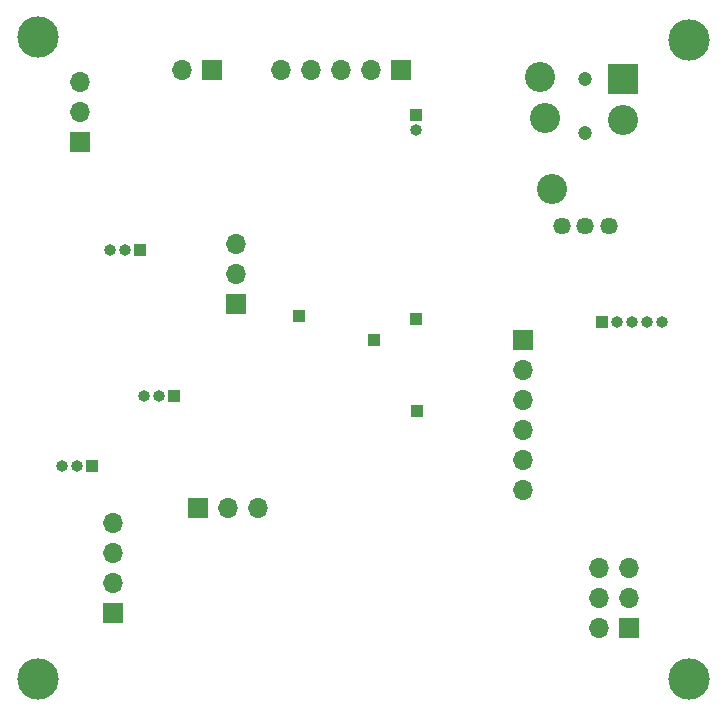
<source format=gbr>
%TF.GenerationSoftware,KiCad,Pcbnew,7.0.11-1-dev-0f715223e9*%
%TF.CreationDate,2024-01-18T20:29:43-08:00*%
%TF.ProjectId,i2s_to_toslink_pcb,6932735f-746f-45f7-946f-736c696e6b5f,rev?*%
%TF.SameCoordinates,Original*%
%TF.FileFunction,Soldermask,Bot*%
%TF.FilePolarity,Negative*%
%FSLAX46Y46*%
G04 Gerber Fmt 4.6, Leading zero omitted, Abs format (unit mm)*
G04 Created by KiCad (PCBNEW 7.0.11-1-dev-0f715223e9) date 2024-01-18 20:29:43*
%MOMM*%
%LPD*%
G01*
G04 APERTURE LIST*
%ADD10C,2.600000*%
%ADD11C,3.500000*%
%ADD12R,1.700000X1.700000*%
%ADD13O,1.700000X1.700000*%
%ADD14R,1.000000X1.000000*%
%ADD15O,1.000000X1.000000*%
%ADD16C,1.200000*%
%ADD17R,2.550000X2.550000*%
%ADD18C,2.550000*%
%ADD19C,1.462000*%
G04 APERTURE END LIST*
D10*
%TO.C,H1*%
X24130000Y-23622000D03*
D11*
X24130000Y-23622000D03*
%TD*%
D12*
%TO.C,J3*%
X27686000Y-32512000D03*
D13*
X27686000Y-29972000D03*
X27686000Y-27432000D03*
%TD*%
D14*
%TO.C,J17*%
X56134000Y-47498000D03*
%TD*%
D12*
%TO.C,J2*%
X54864000Y-26416000D03*
D13*
X52324000Y-26416000D03*
X49784000Y-26416000D03*
X47244000Y-26416000D03*
X44704000Y-26416000D03*
%TD*%
D14*
%TO.C,J15*%
X56261000Y-55245000D03*
%TD*%
D12*
%TO.C,J12*%
X30480000Y-72390000D03*
D13*
X30480000Y-69850000D03*
X30480000Y-67310000D03*
X30480000Y-64770000D03*
%TD*%
D14*
%TO.C,J9*%
X35687000Y-53975000D03*
D15*
X34417000Y-53975000D03*
X33147000Y-53975000D03*
%TD*%
D14*
%TO.C,J7*%
X28702000Y-59944000D03*
D15*
X27432000Y-59944000D03*
X26162000Y-59944000D03*
%TD*%
D14*
%TO.C,J14*%
X46228000Y-47244000D03*
%TD*%
D12*
%TO.C,J5*%
X65200000Y-49250000D03*
D13*
X65200000Y-51790000D03*
X65200000Y-54330000D03*
X65200000Y-56870000D03*
X65200000Y-59410000D03*
X65200000Y-61950000D03*
%TD*%
D10*
%TO.C,H3*%
X24130000Y-77978000D03*
D11*
X24130000Y-77978000D03*
%TD*%
D16*
%TO.C,J10*%
X70478400Y-31698600D03*
X70478400Y-27198600D03*
D17*
X73678400Y-27198600D03*
D18*
X67628400Y-36498600D03*
X73678400Y-30598600D03*
X67078400Y-30498600D03*
X66628400Y-26998600D03*
D19*
X68478400Y-39598600D03*
X70478400Y-39598600D03*
X72478400Y-39598600D03*
%TD*%
D14*
%TO.C,J13*%
X71872000Y-47752000D03*
D15*
X73142000Y-47752000D03*
X74412000Y-47752000D03*
X75682000Y-47752000D03*
X76952000Y-47752000D03*
%TD*%
D14*
%TO.C,J11*%
X56134000Y-30226000D03*
D15*
X56134000Y-31496000D03*
%TD*%
D12*
%TO.C,J6*%
X74140000Y-73660000D03*
D13*
X71600000Y-73660000D03*
X74140000Y-71120000D03*
X71600000Y-71120000D03*
X74140000Y-68580000D03*
X71600000Y-68580000D03*
%TD*%
D12*
%TO.C,J1*%
X38862000Y-26416000D03*
D13*
X36322000Y-26416000D03*
%TD*%
D12*
%TO.C,JP1*%
X40894000Y-46228000D03*
D13*
X40894000Y-43688000D03*
X40894000Y-41148000D03*
%TD*%
D14*
%TO.C,J8*%
X32766000Y-41656000D03*
D15*
X31496000Y-41656000D03*
X30226000Y-41656000D03*
%TD*%
D14*
%TO.C,J16*%
X52578000Y-49276000D03*
%TD*%
D10*
%TO.C,H2*%
X79248000Y-23876000D03*
D11*
X79248000Y-23876000D03*
%TD*%
D10*
%TO.C,H4*%
X79248000Y-77978000D03*
D11*
X79248000Y-77978000D03*
%TD*%
D12*
%TO.C,J4*%
X37719000Y-63500000D03*
D13*
X40259000Y-63500000D03*
X42799000Y-63500000D03*
%TD*%
M02*

</source>
